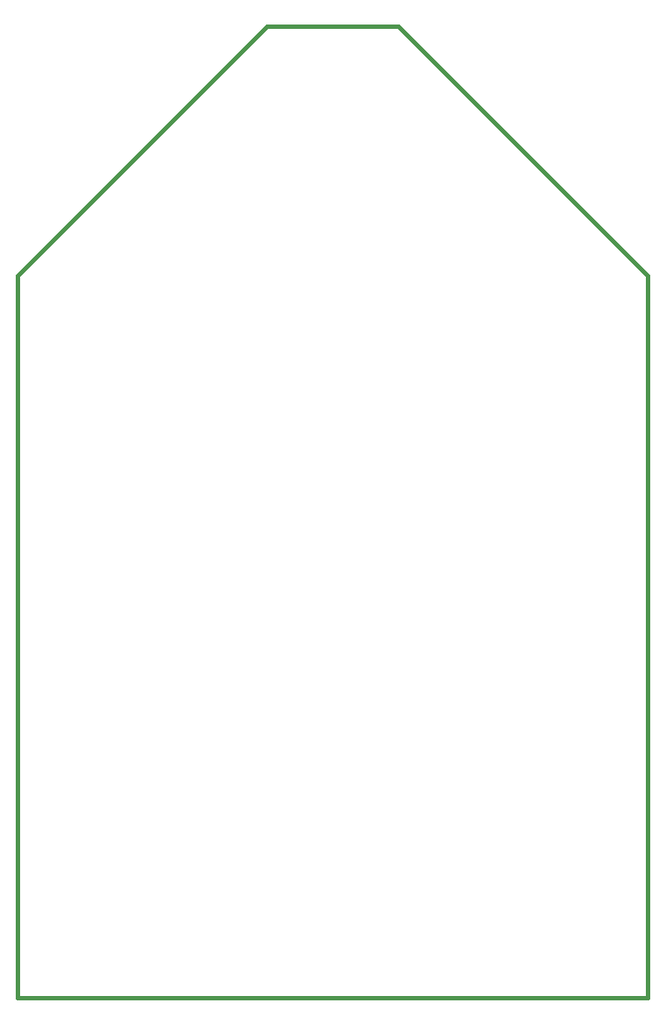
<source format=gbr>
%FSLAX34Y34*%
G04 Gerber Fmt 3.4, Leading zero omitted, Abs format*
G04 (created by PCBNEW (2014-04-11 BZR 4798)-product) date 21/04/2014 04:41:56*
%MOIN*%
G01*
G70*
G90*
G04 APERTURE LIST*
%ADD10C,0.005906*%
%ADD11C,0.015000*%
G04 APERTURE END LIST*
G54D10*
G54D11*
X0Y27500D02*
X0Y0D01*
X24000Y27500D02*
X24000Y0D01*
X9500Y37000D02*
X14500Y37000D01*
X14500Y37000D02*
X24000Y27500D01*
X9500Y37000D02*
X0Y27500D01*
X24000Y0D02*
X0Y0D01*
M02*

</source>
